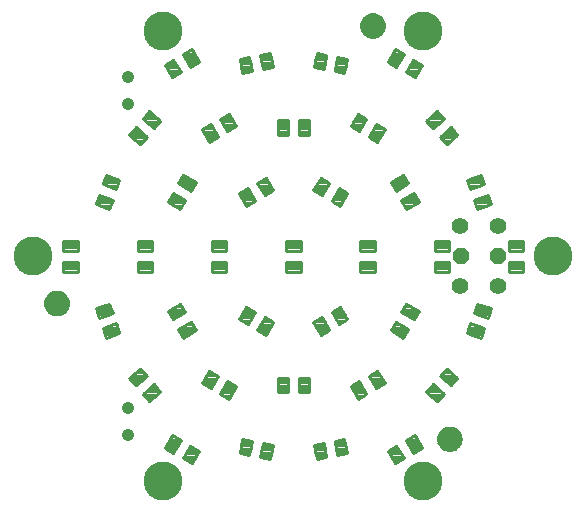
<source format=gbs>
G75*
%MOIN*%
%OFA0B0*%
%FSLAX24Y24*%
%IPPOS*%
%LPD*%
%AMOC8*
5,1,8,0,0,1.08239X$1,22.5*
%
%ADD10C,0.0414*%
%ADD11C,0.1300*%
%ADD12C,0.0110*%
%ADD13OC8,0.0560*%
%ADD14C,0.0560*%
%ADD15C,0.0050*%
D10*
X004431Y004198D03*
X004431Y005103D03*
X004431Y015221D03*
X004431Y016127D03*
D11*
X005612Y017662D03*
X001281Y010162D03*
X005612Y002662D03*
X014273Y002662D03*
X018604Y010162D03*
X014273Y017662D03*
D12*
X013616Y016895D02*
X013332Y017060D01*
X013616Y016895D02*
X013376Y016480D01*
X013092Y016645D01*
X013332Y017060D01*
X013439Y016589D02*
X013188Y016589D01*
X013123Y016698D02*
X013502Y016698D01*
X013565Y016807D02*
X013186Y016807D01*
X013249Y016916D02*
X013580Y016916D01*
X013392Y017025D02*
X013312Y017025D01*
X013938Y016710D02*
X014222Y016545D01*
X013982Y016130D01*
X013698Y016295D01*
X013938Y016710D01*
X014045Y016239D02*
X013794Y016239D01*
X013729Y016348D02*
X014108Y016348D01*
X014171Y016457D02*
X013792Y016457D01*
X013855Y016566D02*
X014186Y016566D01*
X013998Y016675D02*
X013918Y016675D01*
X014739Y014996D02*
X014955Y014747D01*
X014593Y014434D01*
X014377Y014683D01*
X014739Y014996D01*
X014719Y014543D02*
X014498Y014543D01*
X014404Y014652D02*
X014845Y014652D01*
X014943Y014761D02*
X014467Y014761D01*
X014593Y014870D02*
X014848Y014870D01*
X014754Y014979D02*
X014719Y014979D01*
X015197Y014467D02*
X015413Y014218D01*
X015051Y013905D01*
X014835Y014154D01*
X015197Y014467D01*
X015177Y014014D02*
X014956Y014014D01*
X014862Y014123D02*
X015303Y014123D01*
X015401Y014232D02*
X014925Y014232D01*
X015051Y014341D02*
X015306Y014341D01*
X015212Y014450D02*
X015177Y014450D01*
X016190Y012871D02*
X016298Y012560D01*
X015846Y012403D01*
X015738Y012714D01*
X016190Y012871D01*
X016160Y012512D02*
X015808Y012512D01*
X015770Y012621D02*
X016277Y012621D01*
X016239Y012730D02*
X015784Y012730D01*
X016098Y012839D02*
X016201Y012839D01*
X016419Y012210D02*
X016527Y011899D01*
X016075Y011742D01*
X015967Y012053D01*
X016419Y012210D01*
X016389Y011851D02*
X016037Y011851D01*
X015999Y011960D02*
X016506Y011960D01*
X016468Y012069D02*
X016013Y012069D01*
X016327Y012178D02*
X016430Y012178D01*
X017611Y010677D02*
X017611Y010347D01*
X017131Y010347D01*
X017131Y010677D01*
X017611Y010677D01*
X017611Y010456D02*
X017131Y010456D01*
X017131Y010565D02*
X017611Y010565D01*
X017611Y010674D02*
X017131Y010674D01*
X017611Y009977D02*
X017611Y009647D01*
X017131Y009647D01*
X017131Y009977D01*
X017611Y009977D01*
X017611Y009756D02*
X017131Y009756D01*
X017131Y009865D02*
X017611Y009865D01*
X017611Y009974D02*
X017131Y009974D01*
X016527Y008426D02*
X016419Y008115D01*
X015967Y008272D01*
X016075Y008583D01*
X016527Y008426D01*
X016457Y008224D02*
X016105Y008224D01*
X015988Y008333D02*
X016495Y008333D01*
X016481Y008442D02*
X016026Y008442D01*
X016064Y008551D02*
X016167Y008551D01*
X016298Y007764D02*
X016190Y007453D01*
X015738Y007610D01*
X015846Y007921D01*
X016298Y007764D01*
X016228Y007562D02*
X015876Y007562D01*
X015759Y007671D02*
X016266Y007671D01*
X016252Y007780D02*
X015797Y007780D01*
X015835Y007889D02*
X015938Y007889D01*
X015413Y006106D02*
X015197Y005857D01*
X014835Y006170D01*
X015051Y006419D01*
X015413Y006106D01*
X015292Y005966D02*
X015071Y005966D01*
X014945Y006075D02*
X015386Y006075D01*
X015323Y006184D02*
X014847Y006184D01*
X014942Y006293D02*
X015197Y006293D01*
X015071Y006402D02*
X015036Y006402D01*
X014955Y005577D02*
X014739Y005328D01*
X014377Y005641D01*
X014593Y005890D01*
X014955Y005577D01*
X014834Y005437D02*
X014613Y005437D01*
X014487Y005546D02*
X014928Y005546D01*
X014865Y005655D02*
X014389Y005655D01*
X014484Y005764D02*
X014739Y005764D01*
X014613Y005873D02*
X014578Y005873D01*
X012984Y005923D02*
X012700Y005758D01*
X012460Y006173D01*
X012744Y006338D01*
X012984Y005923D01*
X012888Y005867D02*
X012637Y005867D01*
X012574Y005976D02*
X012953Y005976D01*
X012890Y006085D02*
X012511Y006085D01*
X012496Y006194D02*
X012827Y006194D01*
X012764Y006303D02*
X012684Y006303D01*
X012378Y005573D02*
X012094Y005408D01*
X011854Y005823D01*
X012138Y005988D01*
X012378Y005573D01*
X012282Y005517D02*
X012031Y005517D01*
X011968Y005626D02*
X012347Y005626D01*
X012284Y005735D02*
X011905Y005735D01*
X011890Y005844D02*
X012221Y005844D01*
X012158Y005953D02*
X012078Y005953D01*
X010458Y005633D02*
X010128Y005633D01*
X010128Y006113D01*
X010458Y006113D01*
X010458Y005633D01*
X010458Y005742D02*
X010128Y005742D01*
X010128Y005851D02*
X010458Y005851D01*
X010458Y005960D02*
X010128Y005960D01*
X010128Y006069D02*
X010458Y006069D01*
X009758Y005633D02*
X009428Y005633D01*
X009428Y006113D01*
X009758Y006113D01*
X009758Y005633D01*
X009758Y005742D02*
X009428Y005742D01*
X009428Y005851D02*
X009758Y005851D01*
X009758Y005960D02*
X009428Y005960D01*
X009428Y006069D02*
X009758Y006069D01*
X009030Y007553D02*
X008746Y007718D01*
X008986Y008133D01*
X009270Y007968D01*
X009030Y007553D01*
X009093Y007662D02*
X008842Y007662D01*
X008777Y007771D02*
X009156Y007771D01*
X009219Y007880D02*
X008840Y007880D01*
X008903Y007989D02*
X009234Y007989D01*
X009046Y008098D02*
X008966Y008098D01*
X008423Y007903D02*
X008139Y008068D01*
X008379Y008483D01*
X008663Y008318D01*
X008423Y007903D01*
X008486Y008012D02*
X008235Y008012D01*
X008170Y008121D02*
X008549Y008121D01*
X008612Y008230D02*
X008233Y008230D01*
X008296Y008339D02*
X008627Y008339D01*
X008439Y008448D02*
X008359Y008448D01*
X007226Y009647D02*
X007226Y009977D01*
X007706Y009977D01*
X007706Y009647D01*
X007226Y009647D01*
X007226Y009756D02*
X007706Y009756D01*
X007706Y009865D02*
X007226Y009865D01*
X007226Y009974D02*
X007706Y009974D01*
X007226Y010347D02*
X007226Y010677D01*
X007706Y010677D01*
X007706Y010347D01*
X007226Y010347D01*
X007226Y010456D02*
X007706Y010456D01*
X007706Y010565D02*
X007226Y010565D01*
X007226Y010674D02*
X007706Y010674D01*
X008139Y012257D02*
X008423Y012422D01*
X008663Y012007D01*
X008379Y011842D01*
X008139Y012257D01*
X008316Y011951D02*
X008567Y011951D01*
X008632Y012060D02*
X008253Y012060D01*
X008190Y012169D02*
X008569Y012169D01*
X008506Y012278D02*
X008175Y012278D01*
X008363Y012387D02*
X008443Y012387D01*
X008746Y012607D02*
X009030Y012772D01*
X009270Y012357D01*
X008986Y012192D01*
X008746Y012607D01*
X008923Y012301D02*
X009174Y012301D01*
X009239Y012410D02*
X008860Y012410D01*
X008797Y012519D02*
X009176Y012519D01*
X009113Y012628D02*
X008782Y012628D01*
X008970Y012737D02*
X009050Y012737D01*
X009428Y014691D02*
X009758Y014691D01*
X009758Y014211D01*
X009428Y014211D01*
X009428Y014691D01*
X009428Y014320D02*
X009758Y014320D01*
X009758Y014429D02*
X009428Y014429D01*
X009428Y014538D02*
X009758Y014538D01*
X009758Y014647D02*
X009428Y014647D01*
X010128Y014691D02*
X010458Y014691D01*
X010458Y014211D01*
X010128Y014211D01*
X010128Y014691D01*
X010128Y014320D02*
X010458Y014320D01*
X010458Y014429D02*
X010128Y014429D01*
X010128Y014538D02*
X010458Y014538D01*
X010458Y014647D02*
X010128Y014647D01*
X012094Y014916D02*
X012378Y014751D01*
X012138Y014336D01*
X011854Y014501D01*
X012094Y014916D01*
X012201Y014445D02*
X011950Y014445D01*
X011885Y014554D02*
X012264Y014554D01*
X012327Y014663D02*
X011948Y014663D01*
X012011Y014772D02*
X012342Y014772D01*
X012154Y014881D02*
X012074Y014881D01*
X012700Y014566D02*
X012984Y014401D01*
X012744Y013986D01*
X012460Y014151D01*
X012700Y014566D01*
X012807Y014095D02*
X012556Y014095D01*
X012491Y014204D02*
X012870Y014204D01*
X012933Y014313D02*
X012554Y014313D01*
X012617Y014422D02*
X012948Y014422D01*
X012760Y014531D02*
X012680Y014531D01*
X013607Y012872D02*
X013772Y012588D01*
X013357Y012348D01*
X013192Y012632D01*
X013607Y012872D01*
X013545Y012457D02*
X013294Y012457D01*
X013230Y012566D02*
X013734Y012566D01*
X013721Y012675D02*
X013266Y012675D01*
X013455Y012784D02*
X013658Y012784D01*
X013957Y012265D02*
X014122Y011981D01*
X013707Y011741D01*
X013542Y012025D01*
X013957Y012265D01*
X013895Y011850D02*
X013644Y011850D01*
X013580Y011959D02*
X014084Y011959D01*
X014071Y012068D02*
X013616Y012068D01*
X013805Y012177D02*
X014008Y012177D01*
X015135Y010677D02*
X015135Y010347D01*
X014655Y010347D01*
X014655Y010677D01*
X015135Y010677D01*
X015135Y010456D02*
X014655Y010456D01*
X014655Y010565D02*
X015135Y010565D01*
X015135Y010674D02*
X014655Y010674D01*
X015135Y009977D02*
X015135Y009647D01*
X014655Y009647D01*
X014655Y009977D01*
X015135Y009977D01*
X015135Y009756D02*
X014655Y009756D01*
X014655Y009865D02*
X015135Y009865D01*
X015135Y009974D02*
X014655Y009974D01*
X014122Y008343D02*
X013957Y008059D01*
X013542Y008299D01*
X013707Y008583D01*
X014122Y008343D01*
X014020Y008168D02*
X013769Y008168D01*
X013580Y008277D02*
X014084Y008277D01*
X014048Y008386D02*
X013593Y008386D01*
X013656Y008495D02*
X013859Y008495D01*
X013772Y007737D02*
X013607Y007453D01*
X013192Y007693D01*
X013357Y007977D01*
X013772Y007737D01*
X013670Y007562D02*
X013419Y007562D01*
X013230Y007671D02*
X013734Y007671D01*
X013698Y007780D02*
X013243Y007780D01*
X013306Y007889D02*
X013509Y007889D01*
X011746Y008068D02*
X011462Y007903D01*
X011222Y008318D01*
X011506Y008483D01*
X011746Y008068D01*
X011650Y008012D02*
X011399Y008012D01*
X011336Y008121D02*
X011715Y008121D01*
X011652Y008230D02*
X011273Y008230D01*
X011258Y008339D02*
X011589Y008339D01*
X011526Y008448D02*
X011446Y008448D01*
X011139Y007718D02*
X010855Y007553D01*
X010615Y007968D01*
X010899Y008133D01*
X011139Y007718D01*
X011043Y007662D02*
X010792Y007662D01*
X010729Y007771D02*
X011108Y007771D01*
X011045Y007880D02*
X010666Y007880D01*
X010651Y007989D02*
X010982Y007989D01*
X010919Y008098D02*
X010839Y008098D01*
X010183Y009647D02*
X010183Y009977D01*
X010183Y009647D02*
X009703Y009647D01*
X009703Y009977D01*
X010183Y009977D01*
X010183Y009756D02*
X009703Y009756D01*
X009703Y009865D02*
X010183Y009865D01*
X010183Y009974D02*
X009703Y009974D01*
X010183Y010347D02*
X010183Y010677D01*
X010183Y010347D02*
X009703Y010347D01*
X009703Y010677D01*
X010183Y010677D01*
X010183Y010456D02*
X009703Y010456D01*
X009703Y010565D02*
X010183Y010565D01*
X010183Y010674D02*
X009703Y010674D01*
X010855Y012772D02*
X011139Y012607D01*
X010899Y012192D01*
X010615Y012357D01*
X010855Y012772D01*
X010962Y012301D02*
X010711Y012301D01*
X010646Y012410D02*
X011025Y012410D01*
X011088Y012519D02*
X010709Y012519D01*
X010772Y012628D02*
X011103Y012628D01*
X010915Y012737D02*
X010835Y012737D01*
X011462Y012422D02*
X011746Y012257D01*
X011506Y011842D01*
X011222Y012007D01*
X011462Y012422D01*
X011569Y011951D02*
X011318Y011951D01*
X011253Y012060D02*
X011632Y012060D01*
X011695Y012169D02*
X011316Y012169D01*
X011379Y012278D02*
X011710Y012278D01*
X011522Y012387D02*
X011442Y012387D01*
X012659Y010677D02*
X012659Y010347D01*
X012179Y010347D01*
X012179Y010677D01*
X012659Y010677D01*
X012659Y010456D02*
X012179Y010456D01*
X012179Y010565D02*
X012659Y010565D01*
X012659Y010674D02*
X012179Y010674D01*
X012659Y009977D02*
X012659Y009647D01*
X012179Y009647D01*
X012179Y009977D01*
X012659Y009977D01*
X012659Y009756D02*
X012179Y009756D01*
X012179Y009865D02*
X012659Y009865D01*
X012659Y009974D02*
X012179Y009974D01*
X007792Y005408D02*
X007508Y005573D01*
X007748Y005988D01*
X008032Y005823D01*
X007792Y005408D01*
X007855Y005517D02*
X007604Y005517D01*
X007539Y005626D02*
X007918Y005626D01*
X007981Y005735D02*
X007602Y005735D01*
X007665Y005844D02*
X007996Y005844D01*
X007808Y005953D02*
X007728Y005953D01*
X007185Y005758D02*
X006901Y005923D01*
X007141Y006338D01*
X007425Y006173D01*
X007185Y005758D01*
X007248Y005867D02*
X006997Y005867D01*
X006932Y005976D02*
X007311Y005976D01*
X007374Y006085D02*
X006995Y006085D01*
X007058Y006194D02*
X007389Y006194D01*
X007201Y006303D02*
X007121Y006303D01*
X006278Y007453D02*
X006113Y007737D01*
X006528Y007977D01*
X006693Y007693D01*
X006278Y007453D01*
X006215Y007562D02*
X006466Y007562D01*
X006655Y007671D02*
X006151Y007671D01*
X006187Y007780D02*
X006642Y007780D01*
X006579Y007889D02*
X006376Y007889D01*
X005928Y008059D02*
X005763Y008343D01*
X006178Y008583D01*
X006343Y008299D01*
X005928Y008059D01*
X005865Y008168D02*
X006116Y008168D01*
X006305Y008277D02*
X005801Y008277D01*
X005837Y008386D02*
X006292Y008386D01*
X006229Y008495D02*
X006026Y008495D01*
X004750Y009647D02*
X004750Y009977D01*
X005230Y009977D01*
X005230Y009647D01*
X004750Y009647D01*
X004750Y009756D02*
X005230Y009756D01*
X005230Y009865D02*
X004750Y009865D01*
X004750Y009974D02*
X005230Y009974D01*
X004750Y010347D02*
X004750Y010677D01*
X005230Y010677D01*
X005230Y010347D01*
X004750Y010347D01*
X004750Y010456D02*
X005230Y010456D01*
X005230Y010565D02*
X004750Y010565D01*
X004750Y010674D02*
X005230Y010674D01*
X005763Y011981D02*
X005928Y012265D01*
X006343Y012025D01*
X006178Y011741D01*
X005763Y011981D01*
X005990Y011850D02*
X006241Y011850D01*
X006305Y011959D02*
X005801Y011959D01*
X005814Y012068D02*
X006269Y012068D01*
X006080Y012177D02*
X005877Y012177D01*
X006113Y012588D02*
X006278Y012872D01*
X006693Y012632D01*
X006528Y012348D01*
X006113Y012588D01*
X006340Y012457D02*
X006591Y012457D01*
X006655Y012566D02*
X006151Y012566D01*
X006164Y012675D02*
X006619Y012675D01*
X006430Y012784D02*
X006227Y012784D01*
X006901Y014401D02*
X007185Y014566D01*
X007425Y014151D01*
X007141Y013986D01*
X006901Y014401D01*
X007078Y014095D02*
X007329Y014095D01*
X007394Y014204D02*
X007015Y014204D01*
X006952Y014313D02*
X007331Y014313D01*
X007268Y014422D02*
X006937Y014422D01*
X007125Y014531D02*
X007205Y014531D01*
X007508Y014751D02*
X007792Y014916D01*
X008032Y014501D01*
X007748Y014336D01*
X007508Y014751D01*
X007685Y014445D02*
X007936Y014445D01*
X008001Y014554D02*
X007622Y014554D01*
X007559Y014663D02*
X007938Y014663D01*
X007875Y014772D02*
X007544Y014772D01*
X007732Y014881D02*
X007812Y014881D01*
X008154Y016733D02*
X008477Y016795D01*
X008568Y016325D01*
X008245Y016263D01*
X008154Y016733D01*
X008224Y016372D02*
X008559Y016372D01*
X008538Y016481D02*
X008203Y016481D01*
X008182Y016590D02*
X008517Y016590D01*
X008496Y016699D02*
X008161Y016699D01*
X008841Y016865D02*
X009164Y016927D01*
X009255Y016457D01*
X008932Y016395D01*
X008841Y016865D01*
X008911Y016504D02*
X009246Y016504D01*
X009225Y016613D02*
X008890Y016613D01*
X008869Y016722D02*
X009204Y016722D01*
X009183Y016831D02*
X008848Y016831D01*
X010721Y016927D02*
X011044Y016865D01*
X010953Y016395D01*
X010630Y016457D01*
X010721Y016927D01*
X010639Y016504D02*
X010974Y016504D01*
X010995Y016613D02*
X010660Y016613D01*
X010681Y016722D02*
X011016Y016722D01*
X011037Y016831D02*
X010702Y016831D01*
X011408Y016795D02*
X011731Y016733D01*
X011640Y016263D01*
X011317Y016325D01*
X011408Y016795D01*
X011326Y016372D02*
X011661Y016372D01*
X011682Y016481D02*
X011347Y016481D01*
X011368Y016590D02*
X011703Y016590D01*
X011724Y016699D02*
X011389Y016699D01*
X006553Y017060D02*
X006269Y016895D01*
X006553Y017060D02*
X006793Y016645D01*
X006509Y016480D01*
X006269Y016895D01*
X006446Y016589D02*
X006697Y016589D01*
X006762Y016698D02*
X006383Y016698D01*
X006320Y016807D02*
X006699Y016807D01*
X006636Y016916D02*
X006305Y016916D01*
X006493Y017025D02*
X006573Y017025D01*
X005947Y016710D02*
X005663Y016545D01*
X005947Y016710D02*
X006187Y016295D01*
X005903Y016130D01*
X005663Y016545D01*
X005840Y016239D02*
X006091Y016239D01*
X006156Y016348D02*
X005777Y016348D01*
X005714Y016457D02*
X006093Y016457D01*
X006030Y016566D02*
X005699Y016566D01*
X005887Y016675D02*
X005967Y016675D01*
X005146Y014996D02*
X004930Y014747D01*
X005146Y014996D02*
X005508Y014683D01*
X005292Y014434D01*
X004930Y014747D01*
X005166Y014543D02*
X005387Y014543D01*
X005481Y014652D02*
X005040Y014652D01*
X004942Y014761D02*
X005418Y014761D01*
X005292Y014870D02*
X005037Y014870D01*
X005131Y014979D02*
X005166Y014979D01*
X004688Y014467D02*
X004472Y014218D01*
X004688Y014467D02*
X005050Y014154D01*
X004834Y013905D01*
X004472Y014218D01*
X004708Y014014D02*
X004929Y014014D01*
X005023Y014123D02*
X004582Y014123D01*
X004484Y014232D02*
X004960Y014232D01*
X004834Y014341D02*
X004579Y014341D01*
X004673Y014450D02*
X004708Y014450D01*
X003695Y012871D02*
X003587Y012560D01*
X003695Y012871D02*
X004147Y012714D01*
X004039Y012403D01*
X003587Y012560D01*
X003725Y012512D02*
X004077Y012512D01*
X004115Y012621D02*
X003608Y012621D01*
X003646Y012730D02*
X004101Y012730D01*
X003787Y012839D02*
X003684Y012839D01*
X003466Y012210D02*
X003358Y011899D01*
X003466Y012210D02*
X003918Y012053D01*
X003810Y011742D01*
X003358Y011899D01*
X003496Y011851D02*
X003848Y011851D01*
X003886Y011960D02*
X003379Y011960D01*
X003417Y012069D02*
X003872Y012069D01*
X003558Y012178D02*
X003455Y012178D01*
X002274Y010677D02*
X002274Y010347D01*
X002274Y010677D02*
X002754Y010677D01*
X002754Y010347D01*
X002274Y010347D01*
X002274Y010456D02*
X002754Y010456D01*
X002754Y010565D02*
X002274Y010565D01*
X002274Y010674D02*
X002754Y010674D01*
X002274Y009977D02*
X002274Y009647D01*
X002274Y009977D02*
X002754Y009977D01*
X002754Y009647D01*
X002274Y009647D01*
X002274Y009756D02*
X002754Y009756D01*
X002754Y009865D02*
X002274Y009865D01*
X002274Y009974D02*
X002754Y009974D01*
X003358Y008426D02*
X003466Y008115D01*
X003358Y008426D02*
X003810Y008583D01*
X003918Y008272D01*
X003466Y008115D01*
X003428Y008224D02*
X003780Y008224D01*
X003897Y008333D02*
X003390Y008333D01*
X003404Y008442D02*
X003859Y008442D01*
X003821Y008551D02*
X003718Y008551D01*
X003587Y007764D02*
X003695Y007453D01*
X003587Y007764D02*
X004039Y007921D01*
X004147Y007610D01*
X003695Y007453D01*
X003657Y007562D02*
X004009Y007562D01*
X004126Y007671D02*
X003619Y007671D01*
X003633Y007780D02*
X004088Y007780D01*
X004050Y007889D02*
X003947Y007889D01*
X004472Y006106D02*
X004688Y005857D01*
X004472Y006106D02*
X004834Y006419D01*
X005050Y006170D01*
X004688Y005857D01*
X004593Y005966D02*
X004814Y005966D01*
X004940Y006075D02*
X004499Y006075D01*
X004562Y006184D02*
X005038Y006184D01*
X004943Y006293D02*
X004688Y006293D01*
X004814Y006402D02*
X004849Y006402D01*
X004930Y005577D02*
X005146Y005328D01*
X004930Y005577D02*
X005292Y005890D01*
X005508Y005641D01*
X005146Y005328D01*
X005051Y005437D02*
X005272Y005437D01*
X005398Y005546D02*
X004957Y005546D01*
X005020Y005655D02*
X005496Y005655D01*
X005401Y005764D02*
X005146Y005764D01*
X005272Y005873D02*
X005307Y005873D01*
X005663Y003779D02*
X005947Y003614D01*
X005663Y003779D02*
X005903Y004194D01*
X006187Y004029D01*
X005947Y003614D01*
X006010Y003723D02*
X005759Y003723D01*
X005694Y003832D02*
X006073Y003832D01*
X006136Y003941D02*
X005757Y003941D01*
X005820Y004050D02*
X006151Y004050D01*
X005963Y004159D02*
X005883Y004159D01*
X006269Y003429D02*
X006553Y003264D01*
X006269Y003429D02*
X006509Y003844D01*
X006793Y003679D01*
X006553Y003264D01*
X006616Y003373D02*
X006365Y003373D01*
X006300Y003482D02*
X006679Y003482D01*
X006742Y003591D02*
X006363Y003591D01*
X006426Y003700D02*
X006757Y003700D01*
X006569Y003809D02*
X006489Y003809D01*
X008154Y003591D02*
X008477Y003529D01*
X008154Y003591D02*
X008245Y004061D01*
X008568Y003999D01*
X008477Y003529D01*
X008498Y003638D02*
X008163Y003638D01*
X008184Y003747D02*
X008519Y003747D01*
X008540Y003856D02*
X008205Y003856D01*
X008226Y003965D02*
X008561Y003965D01*
X008841Y003459D02*
X009164Y003397D01*
X008841Y003459D02*
X008932Y003929D01*
X009255Y003867D01*
X009164Y003397D01*
X009185Y003506D02*
X008850Y003506D01*
X008871Y003615D02*
X009206Y003615D01*
X009227Y003724D02*
X008892Y003724D01*
X008913Y003833D02*
X009248Y003833D01*
X010721Y003397D02*
X011044Y003459D01*
X010721Y003397D02*
X010630Y003867D01*
X010953Y003929D01*
X011044Y003459D01*
X011035Y003506D02*
X010700Y003506D01*
X010679Y003615D02*
X011014Y003615D01*
X010993Y003724D02*
X010658Y003724D01*
X010637Y003833D02*
X010972Y003833D01*
X011408Y003529D02*
X011731Y003591D01*
X011408Y003529D02*
X011317Y003999D01*
X011640Y004061D01*
X011731Y003591D01*
X011722Y003638D02*
X011387Y003638D01*
X011366Y003747D02*
X011701Y003747D01*
X011680Y003856D02*
X011345Y003856D01*
X011324Y003965D02*
X011659Y003965D01*
X013332Y003264D02*
X013616Y003429D01*
X013332Y003264D02*
X013092Y003679D01*
X013376Y003844D01*
X013616Y003429D01*
X013520Y003373D02*
X013269Y003373D01*
X013206Y003482D02*
X013585Y003482D01*
X013522Y003591D02*
X013143Y003591D01*
X013128Y003700D02*
X013459Y003700D01*
X013396Y003809D02*
X013316Y003809D01*
X013938Y003614D02*
X014222Y003779D01*
X013938Y003614D02*
X013698Y004029D01*
X013982Y004194D01*
X014222Y003779D01*
X014126Y003723D02*
X013875Y003723D01*
X013812Y003832D02*
X014191Y003832D01*
X014128Y003941D02*
X013749Y003941D01*
X013734Y004050D02*
X014065Y004050D01*
X014002Y004159D02*
X013922Y004159D01*
D13*
X015543Y010162D03*
X016773Y010162D03*
D14*
X016773Y009162D03*
X015513Y009162D03*
X015513Y011162D03*
X016773Y011162D03*
D15*
X012797Y017498D02*
X012735Y017469D01*
X012668Y017452D01*
X012600Y017446D01*
X012532Y017452D01*
X012465Y017469D01*
X012403Y017498D01*
X012347Y017538D01*
X012298Y017586D01*
X012259Y017642D01*
X012230Y017705D01*
X012212Y017771D01*
X012206Y017839D01*
X012212Y017908D01*
X012230Y017974D01*
X012259Y018036D01*
X012298Y018092D01*
X012347Y018141D01*
X012403Y018180D01*
X012465Y018209D01*
X012532Y018227D01*
X012600Y018233D01*
X012668Y018227D01*
X012735Y018209D01*
X012797Y018180D01*
X012853Y018141D01*
X012902Y018092D01*
X012941Y018036D01*
X012970Y017974D01*
X012988Y017908D01*
X012994Y017839D01*
X012988Y017771D01*
X012970Y017705D01*
X012941Y017642D01*
X012902Y017586D01*
X012853Y017538D01*
X012797Y017498D01*
X012770Y017486D02*
X012430Y017486D01*
X012352Y017534D02*
X012848Y017534D01*
X012898Y017583D02*
X012302Y017583D01*
X012267Y017631D02*
X012933Y017631D01*
X012958Y017680D02*
X012242Y017680D01*
X012224Y017728D02*
X012976Y017728D01*
X012988Y017777D02*
X012212Y017777D01*
X012208Y017825D02*
X012992Y017825D01*
X012991Y017874D02*
X012209Y017874D01*
X012216Y017922D02*
X012984Y017922D01*
X012971Y017971D02*
X012229Y017971D01*
X012251Y018019D02*
X012949Y018019D01*
X012919Y018068D02*
X012281Y018068D01*
X012322Y018116D02*
X012878Y018116D01*
X012819Y018165D02*
X012381Y018165D01*
X012480Y018213D02*
X012720Y018213D01*
X002370Y008840D02*
X002409Y008784D01*
X002438Y008722D01*
X002456Y008656D01*
X002462Y008587D01*
X002456Y008519D01*
X002438Y008453D01*
X002409Y008391D01*
X002370Y008334D01*
X002322Y008286D01*
X002265Y008246D01*
X002203Y008217D01*
X002137Y008200D01*
X002069Y008194D01*
X002000Y008200D01*
X001934Y008217D01*
X001872Y008246D01*
X001815Y008286D01*
X001767Y008334D01*
X001728Y008391D01*
X001699Y008453D01*
X001681Y008519D01*
X001675Y008587D01*
X001681Y008656D01*
X001699Y008722D01*
X001728Y008784D01*
X001767Y008840D01*
X001815Y008889D01*
X001872Y008928D01*
X001934Y008957D01*
X002000Y008975D01*
X002069Y008981D01*
X002137Y008975D01*
X002203Y008957D01*
X002265Y008928D01*
X002322Y008889D01*
X002370Y008840D01*
X002358Y008853D02*
X001779Y008853D01*
X001742Y008804D02*
X002395Y008804D01*
X002423Y008756D02*
X001714Y008756D01*
X001695Y008707D02*
X002442Y008707D01*
X002455Y008659D02*
X001682Y008659D01*
X001677Y008610D02*
X002460Y008610D01*
X002460Y008562D02*
X001677Y008562D01*
X001682Y008513D02*
X002455Y008513D01*
X002442Y008465D02*
X001695Y008465D01*
X001716Y008416D02*
X002421Y008416D01*
X002393Y008368D02*
X001744Y008368D01*
X001782Y008319D02*
X002355Y008319D01*
X002300Y008271D02*
X001837Y008271D01*
X001924Y008222D02*
X002213Y008222D01*
X002304Y008901D02*
X001833Y008901D01*
X001917Y008950D02*
X002220Y008950D01*
X014789Y004194D02*
X014818Y004257D01*
X014857Y004313D01*
X014906Y004361D01*
X014962Y004401D01*
X015024Y004430D01*
X015091Y004448D01*
X015159Y004453D01*
X015227Y004448D01*
X015294Y004430D01*
X015356Y004401D01*
X015412Y004361D01*
X015461Y004313D01*
X015500Y004257D01*
X015529Y004194D01*
X015547Y004128D01*
X015553Y004060D01*
X015547Y003991D01*
X015529Y003925D01*
X015500Y003863D01*
X015461Y003807D01*
X015412Y003758D01*
X015356Y003719D01*
X015294Y003690D01*
X015227Y003672D01*
X015159Y003666D01*
X015091Y003672D01*
X015024Y003690D01*
X014962Y003719D01*
X014906Y003758D01*
X014857Y003807D01*
X014818Y003863D01*
X014789Y003925D01*
X014771Y003991D01*
X014765Y004060D01*
X014771Y004128D01*
X014789Y004194D01*
X014790Y004197D02*
X015528Y004197D01*
X015541Y004148D02*
X014777Y004148D01*
X014769Y004100D02*
X015549Y004100D01*
X015552Y004051D02*
X014766Y004051D01*
X014770Y004003D02*
X015548Y004003D01*
X015537Y003954D02*
X014781Y003954D01*
X014798Y003906D02*
X015520Y003906D01*
X015496Y003857D02*
X014822Y003857D01*
X014856Y003809D02*
X015462Y003809D01*
X015414Y003760D02*
X014904Y003760D01*
X014978Y003712D02*
X015340Y003712D01*
X015505Y004245D02*
X014813Y004245D01*
X014844Y004294D02*
X015474Y004294D01*
X015431Y004342D02*
X014887Y004342D01*
X014948Y004391D02*
X015370Y004391D01*
X015259Y004439D02*
X015059Y004439D01*
M02*

</source>
